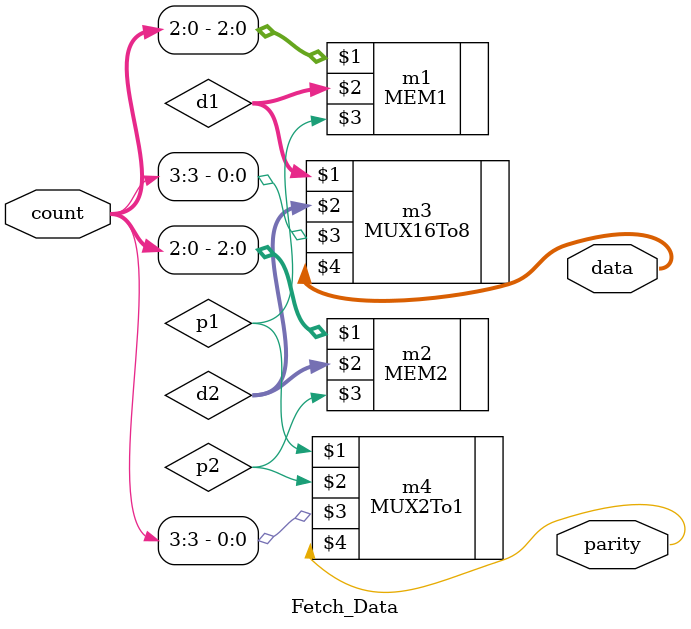
<source format=v>
`include "MEM1.v"
`include "MEM2.v"
`include "MUX16To8.v"
module Fetch_Data(count,data,parity);
input [3:0] count;
output [7:0] data;
output parity;
wire [7:0] d1,d2;
wire p1,p2;
MEM1 m1(count[2:0],d1,p1);
MEM2 m2(count[2:0],d2,p2);
MUX16To8 m3(d1,d2,count[3],data);
MUX2To1 m4(p1,p2,count[3],parity);
endmodule
</source>
